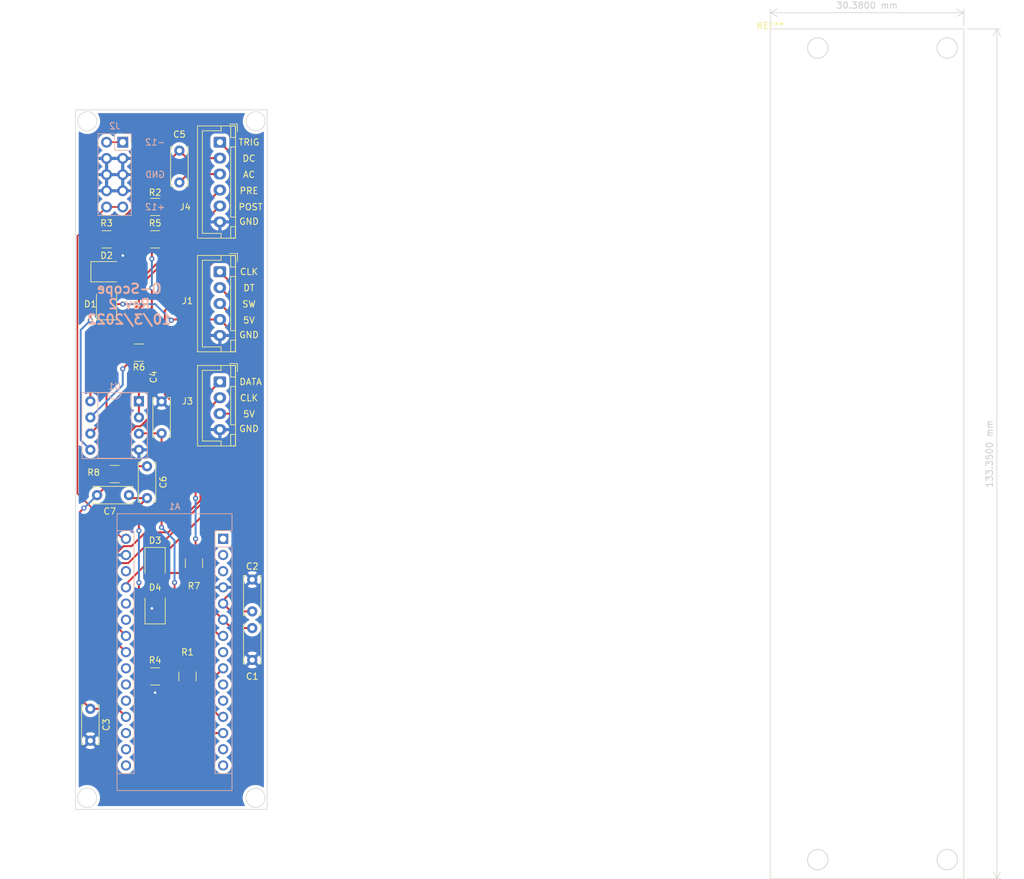
<source format=kicad_pcb>
(kicad_pcb (version 20211014) (generator pcbnew)
  (layers (0 "F.Cu" signal) (31 "B.Cu" signal) (34 "B.Paste" user) (35 "F.Paste" user) (36 "B.SilkS" user "B.Silkscreen") (37 "F.SilkS" user "F.Silkscreen") (38 "B.Mask" user) (39 "F.Mask" user) (44 "Edge.Cuts" user))
  (net 0 "")
  (net 4 "GND")
  (net 5 "EncoderCLK")
  (net 6 "EncoderDT")
  (net 7 "EncoderSW")
  (net 9 "ExternalTrigger")
  (net 12 "OffsetOut")
  (net 13 "LowPassInput")
  (net 19 "SignalIn")
  (net 23 "OLEDData")
  (net 24 "OLEDClock")
  (net 27 "+5V")
  (net 29 "+12V")
  (net 30 "Net-(C4-Pad1)")
  (net 31 "DCInput")
  (net 32 "ACInput")
  (net 33 "Net-(C6-Pad2)")
  (net 34 "Net-(D1-Pad2)")
  (net 35 "-12V")
  (net 36 "TriggerJack")
  (net 37 "PreGain")
  (net 38 "PostGain")
  (net 39 "OffsetVoltage")
  (footprint "Diode_SMD:D_1210_3225Metric_Pad1.42x2.65mm_HandSolder" (layer "F.Cu") (at 55.88 101.6 -90)
    (fp_text reference "D3" (at -3.556 0 180) (layer "F.SilkS"))
    (fp_text value "D_Schottky")
    (fp_line (start -2.46 -1.585) (end -2.46 1.585) (layer "F.SilkS") (width 0.12))
    (fp_line (start 1.6 -1.585) (end -2.46 -1.585) (layer "F.SilkS") (width 0.12))
    (fp_line (start -2.46 1.585) (end 1.6 1.585) (layer "F.SilkS") (width 0.12))
    (pad "1" smd roundrect (at -1.4875 0 270) (size 1.425 2.65) (layers "F.Cu" "F.Paste" "F.Mask") (roundrect_rratio 0.175439) (net 27 "+5V"))
    (pad "2" smd roundrect (at 1.4875 0 270) (size 1.425 2.65) (layers "F.Cu" "F.Paste" "F.Mask") (roundrect_rratio 0.175439) (net 9 "ExternalTrigger"))
  )
  (footprint "Resistor_SMD:R_1210_3225Metric_Pad1.30x2.65mm_HandSolder" (layer "F.Cu") (at 49.53 87.63)
    (fp_text reference "R8" (at -3.302 -0.254) (layer "F.SilkS"))
    (fp_text value "1k O")
    (fp_line (start -0.723737 1.355) (end 0.723737 1.355) (layer "F.SilkS") (width 0.12))
    (fp_line (start -0.723737 -1.355) (end 0.723737 -1.355) (layer "F.SilkS") (width 0.12))
    (pad "1" smd roundrect (at -1.55 0) (size 1.3 2.65) (layers "F.Cu" "F.Paste" "F.Mask") (roundrect_rratio 0.192308) (net 19 "SignalIn"))
    (pad "2" smd roundrect (at 1.55 0) (size 1.3 2.65) (layers "F.Cu" "F.Paste" "F.Mask") (roundrect_rratio 0.192308) (net 33 "Net-(C6-Pad2)"))
  )
  (footprint "Capacitor_THT:C_Disc_D6.0mm_W2.5mm_P5.00mm" (layer "F.Cu") (at 59.69 36.87 -90)
    (fp_text reference "C5" (at -2.54 0) (layer "F.SilkS"))
    (fp_text value "4.7 uF")
    (fp_line (start 5.62 0.925) (end 5.62 1.37) (layer "F.SilkS") (width 0.12))
    (fp_line (start 5.62 -1.37) (end 5.62 -0.925) (layer "F.SilkS") (width 0.12))
    (fp_line (start -0.62 0.925) (end -0.62 1.37) (layer "F.SilkS") (width 0.12))
    (fp_line (start -0.62 1.37) (end 5.62 1.37) (layer "F.SilkS") (width 0.12))
    (fp_line (start -0.62 -1.37) (end -0.62 -0.925) (layer "F.SilkS") (width 0.12))
    (fp_line (start -0.62 -1.37) (end 5.62 -1.37) (layer "F.SilkS") (width 0.12))
    (pad "1" thru_hole circle (at 0 0 270) (size 1.6 1.6) (drill 0.8) (layers *.Cu *.Mask) (net 31 "DCInput"))
    (pad "2" thru_hole circle (at 5 0 270) (size 1.6 1.6) (drill 0.8) (layers *.Cu *.Mask) (net 32 "ACInput"))
  )
  (footprint "Diode_SMD:D_1210_3225Metric_Pad1.42x2.65mm_HandSolder" (layer "F.Cu") (at 55.88 108.6755 90)
    (fp_text reference "D4" (at 3.2655 0 180) (layer "F.SilkS"))
    (fp_text value "D_Schottky")
    (fp_line (start -2.46 -1.585) (end -2.46 1.585) (layer "F.SilkS") (width 0.12))
    (fp_line (start 1.6 -1.585) (end -2.46 -1.585) (layer "F.SilkS") (width 0.12))
    (fp_line (start -2.46 1.585) (end 1.6 1.585) (layer "F.SilkS") (width 0.12))
    (pad "1" smd roundrect (at -1.4875 0 90) (size 1.425 2.65) (layers "F.Cu" "F.Paste" "F.Mask") (roundrect_rratio 0.175439) (net 9 "ExternalTrigger"))
    (pad "2" smd roundrect (at 1.4875 0 90) (size 1.425 2.65) (layers "F.Cu" "F.Paste" "F.Mask") (roundrect_rratio 0.175439) (net 4 "GND"))
  )
  (footprint "Resistor_SMD:R_1210_3225Metric_Pad1.30x2.65mm_HandSolder" (layer "F.Cu") (at 61.976 101.626 -90)
    (fp_text reference "R7" (at 3.556 0 180) (layer "F.SilkS"))
    (fp_text value "1k O")
    (fp_line (start -0.723737 -1.355) (end 0.723737 -1.355) (layer "F.SilkS") (width 0.12))
    (fp_line (start -0.723737 1.355) (end 0.723737 1.355) (layer "F.SilkS") (width 0.12))
    (pad "1" smd roundrect (at -1.55 0 270) (size 1.3 2.65) (layers "F.Cu" "F.Paste" "F.Mask") (roundrect_rratio 0.192308) (net 36 "TriggerJack"))
    (pad "2" smd roundrect (at 1.55 0 270) (size 1.3 2.65) (layers "F.Cu" "F.Paste" "F.Mask") (roundrect_rratio 0.192308) (net 9 "ExternalTrigger"))
  )
  (footprint "Resistor_SMD:R_1210_3225Metric_Pad1.30x2.65mm_HandSolder" (layer "F.Cu") (at 53.34 68.58 180)
    (fp_text reference "R6" (at 0 -2.28) (layer "F.SilkS"))
    (fp_text value "1k O")
    (fp_line (start -0.723737 1.355) (end 0.723737 1.355) (layer "F.SilkS") (width 0.12))
    (fp_line (start -0.723737 -1.355) (end 0.723737 -1.355) (layer "F.SilkS") (width 0.12))
    (pad "1" smd roundrect (at -1.55 0 180) (size 1.3 2.65) (layers "F.Cu" "F.Paste" "F.Mask") (roundrect_rratio 0.192308) (net 33 "Net-(C6-Pad2)"))
    (pad "2" smd roundrect (at 1.55 0 180) (size 1.3 2.65) (layers "F.Cu" "F.Paste" "F.Mask") (roundrect_rratio 0.192308) (net 38 "PostGain"))
  )
  (footprint "Diode_SMD:D_1210_3225Metric_Pad1.42x2.65mm_HandSolder" (layer "F.Cu") (at 48.26 55.88)
    (fp_text reference "D2" (at 0 -2.54) (layer "F.SilkS"))
    (fp_text value "D_Schottky")
    (fp_line (start -2.46 -1.585) (end -2.46 1.585) (layer "F.SilkS") (width 0.12))
    (fp_line (start -2.46 1.585) (end 1.6 1.585) (layer "F.SilkS") (width 0.12))
    (fp_line (start 1.6 -1.585) (end -2.46 -1.585) (layer "F.SilkS") (width 0.12))
    (pad "1" smd roundrect (at -1.4875 0) (size 1.425 2.65) (layers "F.Cu" "F.Paste" "F.Mask") (roundrect_rratio 0.175439) (net 34 "Net-(D1-Pad2)"))
    (pad "2" smd roundrect (at 1.4875 0) (size 1.425 2.65) (layers "F.Cu" "F.Paste" "F.Mask") (roundrect_rratio 0.175439) (net 4 "GND"))
  )
  (footprint "Connector_JST:JST_XH_B6B-XH-A_1x06_P2.50mm_Vertical" (layer "F.Cu") (at 66.04 35.56 -90)
    (fp_text reference "J4" (at 10.16 5.425 180) (layer "F.SilkS"))
    (fp_text value "Input Header")
    (fp_line (start 15.06 3.51) (end 15.06 -2.46) (layer "F.SilkS") (width 0.12))
    (fp_line (start -2.55 -2.45) (end -2.55 -1.7) (layer "F.SilkS") (width 0.12))
    (fp_line (start 15.06 -2.46) (end -2.56 -2.46) (layer "F.SilkS") (width 0.12))
    (fp_line (start 14.3 2.75) (end 6.25 2.75) (layer "F.SilkS") (width 0.12))
    (fp_line (start 0.75 -1.7) (end 11.75 -1.7) (layer "F.SilkS") (width 0.12))
    (fp_line (start -2.56 -2.46) (end -2.56 3.51) (layer "F.SilkS") (width 0.12))
    (fp_line (start -0.75 -2.45) (end -2.55 -2.45) (layer "F.SilkS") (width 0.12))
    (fp_line (start 13.25 -1.7) (end 15.05 -1.7) (layer "F.SilkS") (width 0.12))
    (fp_line (start -2.85 -2.75) (end -2.85 -1.5) (layer "F.SilkS") (width 0.12))
    (fp_line (start -1.8 -0.2) (end -1.8 2.75) (layer "F.SilkS") (width 0.12))
    (fp_line (start 0.75 -2.45) (end 0.75 -1.7) (layer "F.SilkS") (width 0.12))
    (fp_line (start -2.55 -0.2) (end -1.8 -0.2) (layer "F.SilkS") (width 0.12))
    (fp_line (start 14.3 -0.2) (end 14.3 2.75) (layer "F.SilkS") (width 0.12))
    (fp_line (start -2.55 -1.7) (end -0.75 -1.7) (layer "F.SilkS") (width 0.12))
    (fp_line (start 11.75 -1.7) (end 11.75 -2.45) (layer "F.SilkS") (width 0.12))
    (fp_line (start -2.56 3.51) (end 15.06 3.51) (layer "F.SilkS") (width 0.12))
    (fp_line (start -0.75 -1.7) (end -0.75 -2.45) (layer "F.SilkS") (width 0.12))
    (fp_line (start -1.6 -2.75) (end -2.85 -2.75) (layer "F.SilkS") (width 0.12))
    (fp_line (start 11.75 -2.45) (end 0.75 -2.45) (layer "F.SilkS") (width 0.12))
    (fp_line (start 15.05 -0.2) (end 14.3 -0.2) (layer "F.SilkS") (width 0.12))
    (fp_line (start -1.8 2.75) (end 6.25 2.75) (layer "F.SilkS") (width 0.12))
    (fp_line (start 13.25 -2.45) (end 13.25 -1.7) (layer "F.SilkS") (width 0.12))
    (fp_line (start 15.05 -2.45) (end 13.25 -2.45) (layer "F.SilkS") (width 0.12))
    (fp_line (start 15.05 -1.7) (end 15.05 -2.45) (layer "F.SilkS") (width 0.12))
    (pad "1" thru_hole roundrect (at 0 0 270) (size 1.7 1.95) (drill 0.95) (layers *.Cu *.Mask) (roundrect_rratio 0.147059) (net 36 "TriggerJack"))
    (pad "2" thru_hole oval (at 2.5 0 270) (size 1.7 1.95) (drill 0.95) (layers *.Cu *.Mask) (net 31 "DCInput"))
    (pad "3" thru_hole oval (at 5 0 270) (size 1.7 1.95) (drill 0.95) (layers *.Cu *.Mask) (net 32 "ACInput"))
    (pad "4" thru_hole oval (at 7.5 0 270) (size 1.7 1.95) (drill 0.95) (layers *.Cu *.Mask) (net 37 "PreGain"))
    (pad "5" thru_hole oval (at 10 0 270) (size 1.7 1.95) (drill 0.95) (layers *.Cu *.Mask) (net 38 "PostGain"))
    (pad "6" thru_hole oval (at 12.5 0 270) (size 1.7 1.95) (drill 0.95) (layers *.Cu *.Mask) (net 4 "GND"))
  )
  (footprint "oscfoot:Panel" (layer "F.Cu") (at 152.4 17.78)
    (fp_text reference "REF**" (at 0 -0.5 unlocked) (layer "F.SilkS"))
    (fp_text value "Panel")
    (fp_rect (start 0 0) (end 30.38 133.35) (layer "Edge.Cuts") (width 0.1) (fill none))
    (fp_circle (center 27.77 3) (end 29.37 3) (layer "Edge.Cuts") (width 0.12) (fill none))
    (fp_circle (center 7.45 130.35) (end 9.05 130.35) (layer "Edge.Cuts") (width 0.12) (fill none))
    (fp_circle (center 27.77 130.35) (end 29.37 130.35) (layer "Edge.Cuts") (width 0.12) (fill none))
    (fp_circle (center 7.45 3) (end 9.05 3) (layer "Edge.Cuts") (width 0.12) (fill none))
  )
  (footprint "Capacitor_THT:C_Disc_D6.0mm_W2.5mm_P5.00mm" (layer "F.Cu") (at 45.72 124.46 -90)
    (fp_text reference "C3" (at 2.5 -2.5 90) (layer "F.SilkS"))
    (fp_text value "470pf")
    (fp_line (start -0.62 0.925) (end -0.62 1.37) (layer "F.SilkS") (width 0.12))
    (fp_line (start -0.62 1.37) (end 5.62 1.37) (layer "F.SilkS") (width 0.12))
    (fp_line (start 5.62 0.925) (end 5.62 1.37) (layer "F.SilkS") (width 0.12))
    (fp_line (start -0.62 -1.37) (end -0.62 -0.925) (layer "F.SilkS") (width 0.12))
    (fp_line (start 5.62 -1.37) (end 5.62 -0.925) (layer "F.SilkS") (width 0.12))
    (fp_line (start -0.62 -1.37) (end 5.62 -1.37) (layer "F.SilkS") (width 0.12))
    (pad "1" thru_hole circle (at 0 0 270) (size 1.6 1.6) (drill 0.8) (layers *.Cu *.Mask) (net 19 "SignalIn"))
    (pad "2" thru_hole circle (at 5 0 270) (size 1.6 1.6) (drill 0.8) (layers *.Cu *.Mask) (net 4 "GND"))
  )
  (footprint "Connector_JST:JST_XH_B4B-XH-A_1x04_P2.50mm_Vertical" (layer "F.Cu") (at 66.04 73.152 -90)
    (fp_text reference "J3" (at 3.048 5.08) (layer "F.SilkS"))
    (fp_text value "OLED Header")
    (fp_line (start 10.05 -0.2) (end 9.3 -0.2) (layer "F.SilkS") (width 0.12))
    (fp_line (start -1.8 2.75) (end 3.75 2.75) (layer "F.SilkS") (width 0.12))
    (fp_line (start -1.8 -0.2) (end -1.8 2.75) (layer "F.SilkS") (width 0.12))
    (fp_line (start 10.06 -2.46) (end -2.56 -2.46) (layer "F.SilkS") (width 0.12))
    (fp_line (start 8.25 -2.45) (end 8.25 -1.7) (layer "F.SilkS") (width 0.12))
    (fp_line (start -2.55 -2.45) (end -2.55 -1.7) (layer "F.SilkS") (width 0.12))
    (fp_line (start 0.75 -2.45) (end 0.75 -1.7) (layer "F.SilkS") (width 0.12))
    (fp_line (start -1.6 -2.75) (end -2.85 -2.75) (layer "F.SilkS") (width 0.12))
    (fp_line (start -0.75 -2.45) (end -2.55 -2.45) (layer "F.SilkS") (width 0.12))
    (fp_line (start -2.56 3.51) (end 10.06 3.51) (layer "F.SilkS") (width 0.12))
    (fp_line (start 9.3 2.75) (end 3.75 2.75) (layer "F.SilkS") (width 0.12))
    (fp_line (start 10.05 -2.45) (end 8.25 -2.45) (layer "F.SilkS") (width 0.12))
    (fp_line (start 0.75 -1.7) (end 6.75 -1.7) (layer "F.SilkS") (width 0.12))
    (fp_line (start 10.06 3.51) (end 10.06 -2.46) (layer "F.SilkS") (width 0.12))
    (fp_line (start -2.55 -0.2) (end -1.8 -0.2) (layer "F.SilkS") (width 0.12))
    (fp_line (start -2.55 -1.7) (end -0.75 -1.7) (layer "F.SilkS") (width 0.12))
    (fp_line (start 8.25 -1.7) (end 10.05 -1.7) (layer "F.SilkS") (width 0.12))
    (fp_line (start 6.75 -1.7) (end 6.75 -2.45) (layer "F.SilkS") (width 0.12))
    (fp_line (start 9.3 -0.2) (end 9.3 2.75) (layer "F.SilkS") (width 0.12))
    (fp_line (start 10.05 -1.7) (end 10.05 -2.45) (layer "F.SilkS") (width 0.12))
    (fp_line (start -2.85 -2.75) (end -2.85 -1.5) (layer "F.SilkS") (width 0.12))
    (fp_line (start 6.75 -2.45) (end 0.75 -2.45) (layer "F.SilkS") (width 0.12))
    (fp_line (start -0.75 -1.7) (end -0.75 -2.45) (layer "F.SilkS") (width 0.12))
    (fp_line (start -2.56 -2.46) (end -2.56 3.51) (layer "F.SilkS") (width 0.12))
    (pad "1" thru_hole roundrect (at 0 0 270) (size 1.7 1.95) (drill 0.95) (layers *.Cu *.Mask) (roundrect_rratio 0.147059) (net 23 "OLEDData"))
    (pad "2" thru_hole oval (at 2.5 0 270) (size 1.7 1.95) (drill 0.95) (layers *.Cu *.Mask) (net 24 "OLEDClock"))
    (pad "3" thru_hole oval (at 5 0 270) (size 1.7 1.95) (drill 0.95) (layers *.Cu *.Mask) (net 27 "+5V"))
    (pad "4" thru_hole oval (at 7.5 0 270) (size 1.7 1.95) (drill 0.95) (layers *.Cu *.Mask) (net 4 "GND"))
  )
  (footprint "Capacitor_THT:C_Disc_D6.0mm_W2.5mm_P5.00mm" (layer "F.Cu") (at 56.896 81.24 90)
    (fp_text reference "C4" (at 8.85 -1.27 90) (layer "F.SilkS"))
    (fp_text value "1uF")
    (fp_line (start -0.62 -1.37) (end 5.62 -1.37) (layer "F.SilkS") (width 0.12))
    (fp_line (start -0.62 -1.37) (end -0.62 -0.925) (layer "F.SilkS") (width 0.12))
    (fp_line (start -0.62 1.37) (end 5.62 1.37) (layer "F.SilkS") (width 0.12))
    (fp_line (start 5.62 0.925) (end 5.62 1.37) (layer "F.SilkS") (width 0.12))
    (fp_line (start -0.62 0.925) (end -0.62 1.37) (layer "F.SilkS") (width 0.12))
    (fp_line (start 5.62 -1.37) (end 5.62 -0.925) (layer "F.SilkS") (width 0.12))
    (pad "1" thru_hole circle (at 0 0 90) (size 1.6 1.6) (drill 0.8) (layers *.Cu *.Mask) (net 30 "Net-(C4-Pad1)"))
    (pad "2" thru_hole circle (at 5 0 90) (size 1.6 1.6) (drill 0.8) (layers *.Cu *.Mask) (net 4 "GND"))
  )
  (footprint "Resistor_SMD:R_1210_3225Metric_Pad1.30x2.65mm_HandSolder" (layer "F.Cu") (at 55.88 45.72)
    (fp_text reference "R2" (at 0 -2.28) (layer "F.SilkS"))
    (fp_text value "10k O")
    (fp_line (start -0.723737 1.355) (end 0.723737 1.355) (layer "F.SilkS") (width 0.12))
    (fp_line (start -0.723737 -1.355) (end 0.723737 -1.355) (layer "F.SilkS") (width 0.12))
    (pad "1" smd roundrect (at -1.55 0) (size 1.3 2.65) (layers "F.Cu" "F.Paste" "F.Mask") (roundrect_rratio 0.192308) (net 34 "Net-(D1-Pad2)"))
    (pad "2" smd roundrect (at 1.55 0) (size 1.3 2.65) (layers "F.Cu" "F.Paste" "F.Mask") (roundrect_rratio 0.192308) (net 31 "DCInput"))
  )
  (footprint "Capacitor_THT:C_Disc_D6.0mm_W2.5mm_P5.00mm" (layer "F.Cu") (at 54.61 91.4 90)
    (fp_text reference "C6" (at 2.5 2.54 90) (layer "F.SilkS"))
    (fp_text value "22 nF")
    (fp_line (start 5.62 0.925) (end 5.62 1.37) (layer "F.SilkS") (width 0.12))
    (fp_line (start -0.62 -1.37) (end -0.62 -0.925) (layer "F.SilkS") (width 0.12))
    (fp_line (start -0.62 0.925) (end -0.62 1.37) (layer "F.SilkS") (width 0.12))
    (fp_line (start -0.62 1.37) (end 5.62 1.37) (layer "F.SilkS") (width 0.12))
    (fp_line (start 5.62 -1.37) (end 5.62 -0.925) (layer "F.SilkS") (width 0.12))
    (fp_line (start -0.62 -1.37) (end 5.62 -1.37) (layer "F.SilkS") (width 0.12))
    (pad "1" thru_hole circle (at 0 0 90) (size 1.6 1.6) (drill 0.8) (layers *.Cu *.Mask) (net 13 "LowPassInput"))
    (pad "2" thru_hole circle (at 5 0 90) (size 1.6 1.6) (drill 0.8) (layers *.Cu *.Mask) (net 33 "Net-(C6-Pad2)"))
  )
  (footprint "Resistor_SMD:R_1210_3225Metric_Pad1.30x2.65mm_HandSolder" (layer "F.Cu") (at 55.88 119.38 180)
    (fp_text reference "R4" (at 0 2.54) (layer "F.SilkS"))
    (fp_text value "100k O")
    (fp_line (start -0.723737 1.355) (end 0.723737 1.355) (layer "F.SilkS") (width 0.12))
    (fp_line (start -0.723737 -1.355) (end 0.723737 -1.355) (layer "F.SilkS") (width 0.12))
    (pad "1" smd roundrect (at -1.55 0 180) (size 1.3 2.65) (layers "F.Cu" "F.Paste" "F.Mask") (roundrect_rratio 0.192308) (net 9 "ExternalTrigger"))
    (pad "2" smd roundrect (at 1.55 0 180) (size 1.3 2.65) (layers "F.Cu" "F.Paste" "F.Mask") (roundrect_rratio 0.192308) (net 4 "GND"))
  )
  (footprint "Resistor_SMD:R_1210_3225Metric_Pad1.30x2.65mm_HandSolder" (layer "F.Cu") (at 48.26 50.8)
    (fp_text reference "R3" (at 0 -2.54 180) (layer "F.SilkS"))
    (fp_text value "47k O")
    (fp_line (start -0.723737 -1.355) (end 0.723737 -1.355) (layer "F.SilkS") (width 0.12))
    (fp_line (start -0.723737 1.355) (end 0.723737 1.355) (layer "F.SilkS") (width 0.12))
    (pad "1" smd roundrect (at -1.55 0) (size 1.3 2.65) (layers "F.Cu" "F.Paste" "F.Mask") (roundrect_rratio 0.192308) (net 34 "Net-(D1-Pad2)"))
    (pad "2" smd roundrect (at 1.55 0) (size 1.3 2.65) (layers "F.Cu" "F.Paste" "F.Mask") (roundrect_rratio 0.192308) (net 39 "OffsetVoltage"))
  )
  (footprint "Capacitor_THT:C_Disc_D6.0mm_W2.5mm_P5.00mm" (layer "F.Cu") (at 71.12 111.8 -90)
    (fp_text reference "C1" (at 7.58 0 180) (layer "F.SilkS"))
    (fp_text value "0.01uF")
    (fp_line (start -0.62 -1.37) (end -0.62 -0.925) (layer "F.SilkS") (width 0.12))
    (fp_line (start -0.62 0.925) (end -0.62 1.37) (layer "F.SilkS") (width 0.12))
    (fp_line (start -0.62 -1.37) (end 5.62 -1.37) (layer "F.SilkS") (width 0.12))
    (fp_line (start 5.62 -1.37) (end 5.62 -0.925) (layer "F.SilkS") (width 0.12))
    (fp_line (start -0.62 1.37) (end 5.62 1.37) (layer "F.SilkS") (width 0.12))
    (fp_line (start 5.62 0.925) (end 5.62 1.37) (layer "F.SilkS") (width 0.12))
    (pad "1" thru_hole circle (at 0 0 270) (size 1.6 1.6) (drill 0.8) (layers *.Cu *.Mask) (net 6 "EncoderDT"))
    (pad "2" thru_hole circle (at 5 0 270) (size 1.6 1.6) (drill 0.8) (layers *.Cu *.Mask) (net 4 "GND"))
  )
  (footprint "Capacitor_THT:C_Disc_D6.0mm_W2.5mm_P5.00mm" (layer "F.Cu") (at 71.12 109.18 90)
    (fp_text reference "C2" (at 7.072 0 180) (layer "F.SilkS"))
    (fp_text value "0.01uF")
    (fp_line (start -0.62 1.37) (end 5.62 1.37) (layer "F.SilkS") (width 0.12))
    (fp_line (start -0.62 0.925) (end -0.62 1.37) (layer "F.SilkS") (width 0.12))
    (fp_line (start 5.62 -1.37) (end 5.62 -0.925) (layer "F.SilkS") (width 0.12))
    (fp_line (start -0.62 -1.37) (end 5.62 -1.37) (layer "F.SilkS") (width 0.12))
    (fp_line (start -0.62 -1.37) (end -0.62 -0.925) (layer "F.SilkS") (width 0.12))
    (fp_line (start 5.62 0.925) (end 5.62 1.37) (layer "F.SilkS") (width 0.12))
    (pad "1" thru_hole circle (at 0 0 90) (size 1.6 1.6) (drill 0.8) (layers *.Cu *.Mask) (net 5 "EncoderCLK"))
    (pad "2" thru_hole circle (at 5 0 90) (size 1.6 1.6) (drill 0.8) (layers *.Cu *.Mask) (net 4 "GND"))
  )
  (footprint "Resistor_SMD:R_1210_3225Metric_Pad1.30x2.65mm_HandSolder" (layer "F.Cu") (at 60.96 119.38 -90)
    (fp_text reference "R1" (at -3.81 0) (layer "F.SilkS"))
    (fp_text value "47k O")
    (fp_line (start -0.723737 -1.355) (end 0.723737 -1.355) (layer "F.SilkS") (width 0.12))
    (fp_line (start -0.723737 1.355) (end 0.723737 1.355) (layer "F.SilkS") (width 0.12))
    (pad "1" smd roundrect (at -1.55 0 270) (size 1.3 2.65) (layers "F.Cu" "F.Paste" "F.Mask") (roundrect_rratio 0.192308) (net 30 "Net-(C4-Pad1)"))
    (pad "2" smd roundrect (at 1.55 0 270) (size 1.3 2.65) (layers "F.Cu" "F.Paste" "F.Mask") (roundrect_rratio 0.192308) (net 12 "OffsetOut"))
  )
  (footprint "Resistor_SMD:R_1210_3225Metric_Pad1.30x2.65mm_HandSolder" (layer "F.Cu") (at 55.88 50.8 180)
    (fp_text reference "R5" (at 0 2.54) (layer "F.SilkS"))
    (fp_text value "10k O")
    (fp_line (start -0.723737 -1.355) (end 0.723737 -1.355) (layer "F.SilkS") (width 0.12))
    (fp_line (start -0.723737 1.355) (end 0.723737 1.355) (layer "F.SilkS") (width 0.12))
    (pad "1" smd roundrect (at -1.55 0 180) (size 1.3 2.65) (layers "F.Cu" "F.Paste" "F.Mask") (roundrect_rratio 0.192308) (net 37 "PreGain"))
    (pad "2" smd roundrect (at 1.55 0 180) (size 1.3 2.65) (layers "F.Cu" "F.Paste" "F.Mask") (roundrect_rratio 0.192308) (net 39 "OffsetVoltage"))
  )
  (footprint "Capacitor_THT:C_Disc_D6.0mm_W2.5mm_P5.00mm" (layer "F.Cu") (at 51.776 90.932 180)
    (fp_text reference "C7" (at 3.008 -2.54 180) (layer "F.SilkS"))
    (fp_text value "22 nF")
    (fp_line (start -0.62 0.925) (end -0.62 1.37) (layer "F.SilkS") (width 0.12))
    (fp_line (start 5.62 -1.37) (end 5.62 -0.925) (layer "F.SilkS") (width 0.12))
    (fp_line (start 5.62 0.925) (end 5.62 1.37) (layer "F.SilkS") (width 0.12))
    (fp_line (start -0.62 -1.37) (end -0.62 -0.925) (layer "F.SilkS") (width 0.12))
    (fp_line (start -0.62 1.37) (end 5.62 1.37) (layer "F.SilkS") (width 0.12))
    (fp_line (start -0.62 -1.37) (end 5.62 -1.37) (layer "F.SilkS") (width 0.12))
    (pad "1" thru_hole circle (at 0 0 180) (size 1.6 1.6) (drill 0.8) (layers *.Cu *.Mask) (net 13 "LowPassInput"))
    (pad "2" thru_hole circle (at 5 0 180) (size 1.6 1.6) (drill 0.8) (layers *.Cu *.Mask) (net 19 "SignalIn"))
  )
  (footprint "Connector_JST:JST_XH_B5B-XH-A_1x05_P2.50mm_Vertical" (layer "F.Cu") (at 66.04 55.88 -90)
    (fp_text reference "J1" (at 4.572 5.08 180) (layer "F.SilkS"))
    (fp_text value "Encoder Header")
    (fp_line (start 12.56 3.51) (end 12.56 -2.46) (layer "F.SilkS") (width 0.12))
    (fp_line (start -2.55 -2.45) (end -2.55 -1.7) (layer "F.SilkS") (width 0.12))
    (fp_line (start 11.8 -0.2) (end 11.8 2.75) (layer "F.SilkS") (width 0.12))
    (fp_line (start -2.56 -2.46) (end -2.56 3.51) (layer "F.SilkS") (width 0.12))
    (fp_line (start -1.6 -2.75) (end -2.85 -2.75) (layer "F.SilkS") (width 0.12))
    (fp_line (start 11.8 2.75) (end 5 2.75) (layer "F.SilkS") (width 0.12))
    (fp_line (start -1.8 -0.2) (end -1.8 2.75) (layer "F.SilkS") (width 0.12))
    (fp_line (start -2.55 -1.7) (end -0.75 -1.7) (layer "F.SilkS") (width 0.12))
    (fp_line (start 0.75 -2.45) (end 0.75 -1.7) (layer "F.SilkS") (width 0.12))
    (fp_line (start -0.75 -1.7) (end -0.75 -2.45) (layer "F.SilkS") (width 0.12))
    (fp_line (start 10.75 -2.45) (end 10.75 -1.7) (layer "F.SilkS") (width 0.12))
    (fp_line (start 12.55 -0.2) (end 11.8 -0.2) (layer "F.SilkS") (width 0.12))
    (fp_line (start -2.85 -2.75) (end -2.85 -1.5) (layer "F.SilkS") (width 0.12))
    (fp_line (start 0.75 -1.7) (end 9.25 -1.7) (layer "F.SilkS") (width 0.12))
    (fp_line (start 12.56 -2.46) (end -2.56 -2.46) (layer "F.SilkS") (width 0.12))
    (fp_line (start -1.8 2.75) (end 5 2.75) (layer "F.SilkS") (width 0.12))
    (fp_line (start 9.25 -1.7) (end 9.25 -2.45) (layer "F.SilkS") (width 0.12))
    (fp_line (start -0.75 -2.45) (end -2.55 -2.45) (layer "F.SilkS") (width 0.12))
    (fp_line (start 12.55 -1.7) (end 12.55 -2.45) (layer "F.SilkS") (width 0.12))
    (fp_line (start 10.75 -1.7) (end 12.55 -1.7) (layer "F.SilkS") (width 0.12))
    (fp_line (start -2.56 3.51) (end 12.56 3.51) (layer "F.SilkS") (width 0.12))
    (fp_line (start -2.55 -0.2) (end -1.8 -0.2) (layer "F.SilkS") (width 0.12))
    (fp_line (start 12.55 -2.45) (end 10.75 -2.45) (layer "F.SilkS") (width 0.12))
    (fp_line (start 9.25 -2.45) (end 0.75 -2.45) (layer "F.SilkS") (width 0.12))
    (pad "1" thru_hole roundrect (at 0 0 270) (size 1.7 1.95) (drill 0.95) (layers *.Cu *.Mask) (roundrect_rratio 0.147059) (net 5 "EncoderCLK"))
    (pad "2" thru_hole oval (at 2.5 0 270) (size 1.7 1.95) (drill 0.95) (layers *.Cu *.Mask) (net 6 "EncoderDT"))
    (pad "3" thru_hole oval (at 5 0 270) (size 1.7 1.95) (drill 0.95) (layers *.Cu *.Mask) (net 7 "EncoderSW"))
    (pad "4" thru_hole oval (at 7.5 0 270) (size 1.7 1.95) (drill 0.95) (layers *.Cu *.Mask) (net 27 "+5V"))
    (pad "5" thru_hole oval (at 10 0 270) (size 1.7 1.95) (drill 0.95) (layers *.Cu *.Mask) (net 4 "GND"))
  )
  (footprint "Diode_SMD:D_1210_3225Metric_Pad1.42x2.65mm_HandSolder" (layer "F.Cu") (at 48.26 60.96 90)
    (fp_text reference "D1" (at 0 -2.54 180) (layer "F.SilkS"))
    (fp_text value "D_Schottky")
    (fp_line (start -2.46 -1.585) (end -2.46 1.585) (layer "F.SilkS") (width 0.12))
    (fp_line (start -2.46 1.585) (end 1.6 1.585) (layer "F.SilkS") (width 0.12))
    (fp_line (start 1.6 -1.585) (end -2.46 -1.585) (layer "F.SilkS") (width 0.12))
    (pad "1" smd roundrect (at -1.4875 0 90) (size 1.425 2.65) (layers "F.Cu" "F.Paste" "F.Mask") (roundrect_rratio 0.175439) (net 27 "+5V"))
    (pad "2" smd roundrect (at 1.4875 0 90) (size 1.425 2.65) (layers "F.Cu" "F.Paste" "F.Mask") (roundrect_rratio 0.175439) (net 34 "Net-(D1-Pad2)"))
  )
  (footprint "Module:Arduino_Nano" (layer "B.Cu") (at 66.548 97.79 180)
    (fp_text reference "A1" (at 7.62 5.08) (layer "B.SilkS") (effects (justify mirror)))
    (fp_text value "Nano")
    (fp_line (start 1.27 -1.27) (end -1.4 -1.27) (layer "B.SilkS") (width 0.12))
    (fp_line (start -1.4 3.94) (end -1.4 1.27) (layer "B.SilkS") (width 0.12))
    (fp_line (start 13.97 -36.83) (end 16.64 -36.83) (layer "B.SilkS") (width 0.12))
    (fp_line (start 13.97 1.27) (end 13.97 -36.83) (layer "B.SilkS") (width 0.12))
    (fp_line (start 1.27 1.27) (end -1.4 1.27) (layer "B.SilkS") (width 0.12))
    (fp_line (start 1.27 -36.83) (end -1.4 -36.83) (layer "B.SilkS") (width 0.12))
    (fp_line (start 1.27 -1.27) (end 1.27 -36.83) (layer "B.SilkS") (width 0.12))
    (fp_line (start 16.64 -39.5) (end 16.64 3.94) (layer "B.SilkS") (width 0.12))
    (fp_line (start 13.97 1.27) (end 16.64 1.27) (layer "B.SilkS") (width 0.12))
    (fp_line (start 16.64 3.94) (end -1.4 3.94) (layer "B.SilkS") (width 0.12))
    (fp_line (start 1.27 -1.27) (end 1.27 1.27) (layer "B.SilkS") (width 0.12))
    (fp_line (start -1.4 -39.5) (end 16.64 -39.5) (layer "B.SilkS") (width 0.12))
    (fp_line (start -1.4 -1.27) (end -1.4 -39.5) (layer "B.SilkS") (width 0.12))
    (pad "1" thru_hole rect (at 0 0 180) (size 1.6 1.6) (drill 1) (layers *.Cu *.Mask))
    (pad "2" thru_hole oval (at 0 -2.54 180) (size 1.6 1.6) (drill 1) (layers *.Cu *.Mask))
    (pad "3" thru_hole oval (at 0 -5.08 180) (size 1.6 1.6) (drill 1) (layers *.Cu *.Mask))
    (pad "4" thru_hole oval (at 0 -7.62 180) (size 1.6 1.6) (drill 1) (layers *.Cu *.Mask) (net 4 "GND"))
    (pad "5" thru_hole oval (at 0 -10.16 180) (size 1.6 1.6) (drill 1) (layers *.Cu *.Mask) (net 5 "EncoderCLK"))
    (pad "6" thru_hole oval (at 0 -12.7 180) (size 1.6 1.6) (drill 1) (layers *.Cu *.Mask) (net 6 "EncoderDT"))
    (pad "7" thru_hole oval (at 0 -15.24 180) (size 1.6 1.6) (drill 1) (layers *.Cu *.Mask) (net 7 "EncoderSW"))
    (pad "8" thru_hole oval (at 0 -17.78 180) (size 1.6 1.6) (drill 1) (layers *.Cu *.Mask))
    (pad "9" thru_hole oval (at 0 -20.32 180) (size 1.6 1.6) (drill 1) (layers *.Cu *.Mask) (net 9 "ExternalTrigger"))
    (pad "10" thru_hole oval (at 0 -22.86 180) (size 1.6 1.6) (drill 1) (layers *.Cu *.Mask))
    (pad "11" thru_hole oval (at 0 -25.4 180) (size 1.6 1.6) (drill 1) (layers *.Cu *.Mask))
    (pad "12" thru_hole oval (at 0 -27.94 180) (size 1.6 1.6) (drill 1) (layers *.Cu *.Mask) (net 12 "OffsetOut"))
    (pad "13" thru_hole oval (at 0 -30.48 180) (size 1.6 1.6) (drill 1) (layers *.Cu *.Mask) (net 13 "LowPassInput"))
    (pad "14" thru_hole oval (at 0 -33.02 180) (size 1.6 1.6) (drill 1) (layers *.Cu *.Mask))
    (pad "15" thru_hole oval (at 0 -35.56 180) (size 1.6 1.6) (drill 1) (layers *.Cu *.Mask))
    (pad "16" thru_hole oval (at 15.24 -35.56 180) (size 1.6 1.6) (drill 1) (layers *.Cu *.Mask))
    (pad "17" thru_hole oval (at 15.24 -33.02 180) (size 1.6 1.6) (drill 1) (layers *.Cu *.Mask))
    (pad "18" thru_hole oval (at 15.24 -30.48 180) (size 1.6 1.6) (drill 1) (layers *.Cu *.Mask))
    (pad "19" thru_hole oval (at 15.24 -27.94 180) (size 1.6 1.6) (drill 1) (layers *.Cu *.Mask) (net 19 "SignalIn"))
    (pad "20" thru_hole oval (at 15.24 -25.4 180) (size 1.6 1.6) (drill 1) (layers *.Cu *.Mask))
    (pad "21" thru_hole oval (at 15.24 -22.86 180) (size 1.6 1.6) (drill 1) (layers *.Cu *.Mask))
    (pad "22" thru_hole oval (at 15.24 -20.32 180) (size 1.6 1.6) (drill 1) (layers *.Cu *.Mask))
    (pad "23" thru_hole oval (at 15.24 -17.78 180) (size 1.6 1.6) (drill 1) (layers *.Cu *.Mask) (net 23 "OLEDData"))
    (pad "24" thru_hole oval (at 15.24 -15.24 180) (size 1.6 1.6) (drill 1) (layers *.Cu *.Mask) (net 24 "OLEDClock"))
    (pad "25" thru_hole oval (at 15.24 -12.7 180) (size 1.6 1.6) (drill 1) (layers *.Cu *.Mask))
    (pad "26" thru_hole oval (at 15.24 -10.16 180) (size 1.6 1.6) (drill 1) (layers *.Cu *.Mask))
    (pad "27" thru_hole oval (at 15.24 -7.62 180) (size 1.6 1.6) (drill 1) (layers *.Cu *.Mask) (net 27 "+5V"))
    (pad "28" thru_hole oval (at 15.24 -5.08 180) (size 1.6 1.6) (drill 1) (layers *.Cu *.Mask))
    (pad "29" thru_hole oval (at 15.24 -2.54 180) (size 1.6 1.6) (drill 1) (layers *.Cu *.Mask) (net 4 "GND"))
    (pad "30" thru_hole oval (at 15.24 0 180) (size 1.6 1.6) (drill 1) (layers *.Cu *.Mask) (net 29 "+12V"))
  )
  (footprint "Package_DIP:DIP-8_W7.62mm_Socket" (layer "B.Cu") (at 53.34 76.2 180)
    (fp_text reference "U1" (at 3.81 2.33) (layer "B.SilkS") (effects (justify mirror)))
    (fp_text value "Opamp_Dual")
    (fp_line (start 6.46 1.33) (end 4.81 1.33) (layer "B.SilkS") (width 0.12))
    (fp_line (start 8.95 1.39) (end -1.33 1.39) (layer "B.SilkS") (width 0.12))
    (fp_line (start 1.16 1.33) (end 1.16 -8.95) (layer "B.SilkS") (width 0.12))
    (fp_line (start 8.95 -9.01) (end 8.95 1.39) (layer "B.SilkS") (width 0.12))
    (fp_line (start -1.33 -9.01) (end 8.95 -9.01) (layer "B.SilkS") (width 0.12))
    (fp_line (start -1.33 1.39) (end -1.33 -9.01) (layer "B.SilkS") (width 0.12))
    (fp_line (start 6.46 -8.95) (end 6.46 1.33) (layer "B.SilkS") (width 0.12))
    (fp_line (start 1.16 -8.95) (end 6.46 -8.95) (layer "B.SilkS") (width 0.12))
    (fp_line (start 2.81 1.33) (end 1.16 1.33) (layer "B.SilkS") (width 0.12))
    (fp_arc (start 2.81 1.33) (mid 3.81 0.33) (end 4.81 1.33) (layer "B.SilkS") (width 0.12))
    (pad "1" thru_hole rect (at 0 0 180) (size 1.6 1.6) (drill 0.8) (layers *.Cu *.Mask) (net 39 "OffsetVoltage"))
    (pad "2" thru_hole oval (at 0 -2.54 180) (size 1.6 1.6) (drill 0.8) (layers *.Cu *.Mask) (net 39 "OffsetVoltage"))
    (pad "3" thru_hole oval (at 0 -5.08 180) (size 1.6 1.6) (drill 0.8) (layers *.Cu *.Mask) (net 30 "Net-(C4-Pad1)"))
    (pad "4" thru_hole oval (at 0 -7.62 180) (size 1.6 1.6) (drill 0.8) (layers *.Cu *.Mask) (net 4 "GND"))
    (pad "5" thru_hole oval (at 7.62 -7.62 180) (size 1.6 1.6) (drill 0.8) (layers *.Cu *.Mask) (net 34 "Net-(D1-Pad2)"))
    (pad "6" thru_hole oval (at 7.62 -5.08 180) (size 1.6 1.6) (drill 0.8) (layers *.Cu *.Mask) (net 37 "PreGain"))
    (pad "7" thru_hole oval (at 7.62 -2.54 180) (size 1.6 1.6) (drill 0.8) (layers *.Cu *.Mask) (net 38 "PostGain"))
    (pad "8" thru_hole oval (at 7.62 0 180) (size 1.6 1.6) (drill 0.8) (layers *.Cu *.Mask) (net 27 "+5V"))
  )
  (footprint "Connector_PinHeader_2.54mm:PinHeader_2x05_P2.54mm_Vertical" (layer "B.Cu") (at 50.8 35.56 180)
    (fp_text reference "J2" (at 1.27 2.54) (layer "B.SilkS") (effects (justify mirror)))
    (fp_text value "10-Pin uZeus Power")
    (fp_line (start 1.27 1.33) (end 3.87 1.33) (layer "B.SilkS") (width 0.12))
    (fp_line (start 1.27 -1.27) (end 1.27 1.33) (layer "B.SilkS") (width 0.12))
    (fp_line (start -1.33 -1.27) (end 1.27 -1.27) (layer "B.SilkS") (width 0.12))
    (fp_line (start -1.33 0) (end -1.33 1.33) (layer "B.SilkS") (width 0.12))
    (fp_line (start -1.33 -1.27) (end -1.33 -11.49) (layer "B.SilkS") (width 0.12))
    (fp_line (start 3.87 1.33) (end 3.87 -11.49) (layer "B.SilkS") (width 0.12))
    (fp_line (start -1.33 -11.49) (end 3.87 -11.49) (layer "B.SilkS") (width 0.12))
    (fp_line (start -1.33 1.33) (end 0 1.33) (layer "B.SilkS") (width 0.12))
    (pad "1" thru_hole rect (at 0 0 180) (size 1.7 1.7) (drill 1) (layers *.Cu *.Mask) (net 35 "-12V"))
    (pad "2" thru_hole oval (at 2.54 0 180) (size 1.7 1.7) (drill 1) (layers *.Cu *.Mask) (net 35 "-12V"))
    (pad "3" thru_hole oval (at 0 -2.54 180) (size 1.7 1.7) (drill 1) (layers *.Cu *.Mask) (net 4 "GND"))
    (pad "4" thru_hole oval (at 2.54 -2.54 180) (size 1.7 1.7) (drill 1) (layers *.Cu *.Mask) (net 4 "GND"))
    (pad "5" thru_hole oval (at 0 -5.08 180) (size 1.7 1.7) (drill 1) (layers *.Cu *.Mask) (net 4 "GND"))
    (pad "6" thru_hole oval (at 2.54 -5.08 180) (size 1.7 1.7) (drill 1) (layers *.Cu *.Mask) (net 4 "GND"))
    (pad "7" thru_hole oval (at 0 -7.62 180) (size 1.7 1.7) (drill 1) (layers *.Cu *.Mask) (net 4 "GND"))
    (pad "8" thru_hole oval (at 2.54 -7.62 180) (size 1.7 1.7) (drill 1) (layers *.Cu *.Mask) (net 4 "GND"))
    (pad "9" thru_hole oval (at 0 -10.16 180) (size 1.7 1.7) (drill 1) (layers *.Cu *.Mask) (net 29 "+12V"))
    (pad "10" thru_hole oval (at 2.54 -10.16 180) (size 1.7 1.7) (drill 1) (layers *.Cu *.Mask) (net 29 "+12V"))
  )
  (gr_circle (center 45.236 32.258) (end 46.736 32.258) (layer "Edge.Cuts") (width 0.1) (fill none))
  (gr_circle (center 45.212 138.43) (end 46.712 138.43) (layer "Edge.Cuts") (width 0.1) (fill none))
  (gr_circle (center 71.652 32.258) (end 73.152 32.258) (layer "Edge.Cuts") (width 0.1) (fill none))
  (gr_circle (center 71.628 138.43) (end 73.128 138.43) (layer "Edge.Cuts") (width 0.1) (fill none))
  (gr_rect (start 43.38 30.48) (end 73.46 140.24) (layer "Edge.Cuts") (width 0.1) (fill none))
  (gr_text "+12" (at 55.88 45.72) (layer "B.SilkS") (effects (font (size 1 1)) (justify mirror)))
  (gr_text "-12" (at 55.88 35.56) (layer "B.SilkS") (effects (font (size 1 1)) (justify mirror)))
  (gr_text "O-Scope\nRev 2\n10/3/2022" (at 51.816 60.96) (layer "B.SilkS") (effects (font (size 1.5 1.5) (thickness 0.3)) (justify mirror)))
  (gr_text "GND" (at 55.88 40.64) (layer "B.SilkS") (effects (font (size 1 1)) (justify mirror)))
  (gr_text "PRE" (at 70.612 43.18) (layer "F.SilkS") (effects (font (size 1 1))))
  (gr_text "DATA" (at 70.866 73.152) (layer "F.SilkS") (effects (font (size 1 1))))
  (gr_text "DT" (at 70.612 58.42) (layer "F.SilkS") (effects (font (size 1 1))))
  (gr_text "GND" (at 70.612 48.006) (layer "F.SilkS") (effects (font (size 1 1))))
  (gr_text "DC" (at 70.612 38.1) (layer "F.SilkS") (effects (font (size 1 1))))
  (gr_text "5V" (at 70.612 63.5) (layer "F.SilkS") (effects (font (size 1 1))))
  (gr_text "SW" (at 70.612 60.96) (layer "F.SilkS") (effects (font (size 1 1))))
  (gr_text "TRIG" (at 70.612 35.56) (layer "F.SilkS") (effects (font (size 1 1))))
  (gr_text "POST" (at 70.866 45.72) (layer "F.SilkS") (effects (font (size 1 1))))
  (gr_text "CLK" (at 70.612 55.88) (layer "F.SilkS") (effects (font (size 1 1))))
  (gr_text "GND" (at 70.612 80.518) (layer "F.SilkS") (effects (font (size 1 1))))
  (gr_text "GND" (at 70.612 65.786) (layer "F.SilkS") (effects (font (size 1 1))))
  (gr_text "5V" (at 70.612 78.232) (layer "F.SilkS") (effects (font (size 1 1))))
  (gr_text "CLK" (at 70.612 75.692) (layer "F.SilkS") (effects (font (size 1 1))))
  (gr_text "AC" (at 70.612 40.64) (layer "F.SilkS") (effects (font (size 1 1))))
  (dimension (type aligned) (layer "Edge.Cuts") (pts (xy 152.4 17.78) (xy 182.78 17.78)) (height -2.54) (gr_text "30.3800 mm" (at 167.59 14.09) (layer "Edge.Cuts") (effects (font (size 1 1) (thickness 0.15)))) (format (units 3) (units_format 1) (precision 4)) (style (thickness 0.1) (arrow_length 1.27) (text_position_mode 0) (extension_height 0.58642) (extension_offset 0.5) keep_text_aligned))
  (dimension (type aligned) (layer "Edge.Cuts") (pts (xy 182.78 17.78) (xy 182.78 151.13)) (height -5.18) (gr_text "133.3500 mm" (at 186.81 84.455 90) (layer "Edge.Cuts") (effects (font (size 1 1) (thickness 0.15)))) (format (units 3) (units_format 1) (precision 4)) (style (thickness 0.1) (arrow_length 1.27) (text_position_mode 0) (extension_height 0.58642) (extension_offset 0.5) keep_text_aligned))
  (segment (start 49.7475 55.88) (end 50.8 54.8275) (width 0.3) (layer "F.Cu") (net 4))
  (segment (start 55.88 108.204) (end 55.372 108.712) (width 0.3) (layer "F.Cu") (net 4))
  (segment (start 50.8 54.8275) (end 50.8 53.34) (width 0.3) (layer "F.Cu") (net 4))
  (segment (start 55.88 107.188) (end 55.88 108.204) (width 0.3) (layer "F.Cu") (net 4))
  (segment (start 55.88 120.93) (end 55.88 121.92) (width 0.3) (layer "F.Cu") (net 4))
  (segment (start 54.33 119.38) (end 55.88 120.93) (width 0.3) (layer "F.Cu") (net 4))
  (via (at 50.8 53.34) (size 0.8) (drill 0.4) (layers "F.Cu" "B.Cu") (net 4))
  (via (at 55.88 121.92) (size 0.8) (drill 0.4) (layers "F.Cu" "B.Cu") (net 4))
  (via (at 55.372 108.712) (size 0.8) (drill 0.4) (layers "F.Cu" "B.Cu") (net 4))
  (segment (start 67.778 109.18) (end 71.12 109.18) (width 0.3) (layer "F.Cu") (net 5))
  (segment (start 69.088 91.076212) (end 70.35 89.814212) (width 0.3) (layer "F.Cu") (net 5))
  (segment (start 66.548 107.95) (end 67.778 109.18) (width 0.3) (layer "F.Cu") (net 5))
  (segment (start 66.548 107.442) (end 69.088 104.902) (width 0.3) (layer "F.Cu") (net 5))
  (segment (start 70.35 89.814212) (end 70.35 60.19) (width 0.3) (layer "F.Cu") (net 5))
  (segment (start 70.35 60.19) (end 66.04 55.88) (width 0.3) (layer "F.Cu") (net 5))
  (segment (start 69.088 104.902) (end 69.088 91.076212) (width 0.3) (layer "F.Cu") (net 5))
  (segment (start 69.85 89.607106) (end 64.516 94.941106) (width 0.3) (layer "F.Cu") (net 6))
  (segment (start 64.516 108.458) (end 66.548 110.49) (width 0.3) (layer "F.Cu") (net 6))
  (segment (start 66.04 58.38) (end 69.85 62.19) (width 0.3) (layer "F.Cu") (net 6))
  (segment (start 69.85 62.19) (end 69.85 89.607106) (width 0.3) (layer "F.Cu") (net 6))
  (segment (start 64.516 94.941106) (end 64.516 108.458) (width 0.3) (layer "F.Cu") (net 6))
  (segment (start 71.12 111.8) (end 67.858 111.8) (width 0.3) (layer "F.Cu") (net 6))
  (segment (start 67.858 111.8) (end 66.548 110.49) (width 0.3) (layer "F.Cu") (net 6))
  (segment (start 64.008 94.742) (end 64.008 110.998) (width 0.3) (layer "F.Cu") (net 7))
  (segment (start 69.35 64.19) (end 69.35 89.4) (width 0.3) (layer "F.Cu") (net 7))
  (segment (start 66.04 60.88) (end 69.35 64.19) (width 0.3) (layer "F.Cu") (net 7))
  (segment (start 64.008 110.998) (end 66.04 113.03) (width 0.3) (layer "F.Cu") (net 7))
  (segment (start 69.35 89.4) (end 64.008 94.742) (width 0.3) (layer "F.Cu") (net 7))
  (segment (start 57.3675 119.3175) (end 57.3675 111.76) (width 0.3) (layer "F.Cu") (net 9))
  (segment (start 55.9425 103.15) (end 60.96 103.15) (width 0.3) (layer "F.Cu") (net 9))
  (segment (start 66.548 118.11) (end 65.278 119.38) (width 0.3) (layer "F.Cu") (net 9))
  (segment (start 57.555 104.7625) (end 57.555 108.488) (width 0.3) (layer "F.Cu") (net 9))
  (segment (start 57.3675 111.76) (end 55.88 110.2725) (width 0.3) (layer "F.Cu") (net 9))
  (segment (start 65.278 119.38) (end 57.43 119.38) (width 0.3) (layer "F.Cu") (net 9))
  (segment (start 57.555 108.488) (end 55.88 110.163) (width 0.3) (layer "F.Cu") (net 9))
  (segment (start 55.88 103.0875) (end 57.555 104.7625) (width 0.3) (layer "F.Cu") (net 9))
  (segment (start 61.24 120.93) (end 66.04 125.73) (width 0.3) (layer "F.Cu") (net 12))
  (segment (start 56.190661 120.464189) (end 63.996472 128.27) (width 0.3) (layer "F.Cu") (net 13))
  (segment (start 63.996472 128.27) (end 66.548 128.27) (width 0.3) (layer "F.Cu") (net 13))
  (segment (start 53.34 111.76) (end 56.190661 114.610661) (width 0.3) (layer "F.Cu") (net 13))
  (segment (start 54.61 91.4) (end 52.244 91.4) (width 0.3) (layer "F.Cu") (net 13))
  (segment (start 52.244 91.4) (end 51.776 90.932) (width 0.3) (layer "F.Cu") (net 13))
  (segment (start 56.190661 114.610661) (end 56.190661 120.464189) (width 0.3) (layer "F.Cu") (net 13))
  (segment (start 53.34 104.648) (end 53.34 111.76) (width 0.3) (layer "F.Cu") (net 13))
  (segment (start 53.34 96.52) (end 53.34 92.67) (width 0.3) (layer "F.Cu") (net 13))
  (segment (start 53.34 92.67) (end 54.61 91.4) (width 0.3) (layer "F.Cu") (net 13))
  (via (at 53.34 104.648) (size 0.8) (drill 0.4) (layers "F.Cu" "B.Cu") (net 13))
  (via (at 53.34 96.52) (size 0.8) (drill 0.4) (layers "F.Cu" "B.Cu") (net 13))
  (segment (start 53.34 104.648) (end 53.34 96.52) (width 0.3) (layer "B.Cu") (net 13))
  (segment (start 44.083557 93.584443) (end 44.083557 122.823557) (width 0.3) (layer "F.Cu") (net 19))
  (segment (start 47.98 87.63) (end 47.98 89.728) (width 0.3) (layer "F.Cu") (net 19))
  (segment (start 47.98 89.728) (end 46.776 90.932) (width 0.3) (layer "F.Cu") (net 19))
  (segment (start 44.704 92.964) (end 44.083557 93.584443) (width 0.3) (layer "F.Cu") (net 19))
  (segment (start 44.083557 122.823557) (end 45.72 124.46) (width 0.3) (layer "F.Cu") (net 19))
  (segment (start 45.72 124.46) (end 50.038 124.46) (width 0.3) (layer "F.Cu") (net 19))
  (segment (start 50.038 124.46) (end 51.308 125.73) (width 0.3) (layer "F.Cu") (net 19))
  (via (at 44.704 92.964) (size 0.8) (drill 0.4) (layers "F.Cu" "B.Cu") (net 19))
  (segment (start 46.776 90.932) (end 44.744 92.964) (width 0.3) (layer "B.Cu") (net 19))
  (segment (start 44.744 92.964) (end 44.704 92.964) (width 0.3) (layer "B.Cu") (net 19))
  (segment (start 48.006 101.854) (end 48.006 112.268) (width 0.3) (layer "F.Cu") (net 23))
  (segment (start 66.04 73.152) (end 62.992 76.2) (width 0.3) (layer "F.Cu") (net 23))
  (segment (start 52.19 98.94) (end 50.92 98.94) (width 0.3) (layer "F.Cu") (net 23))
  (segment (start 62.992 76.2) (end 62.992 91.738661) (width 0.3) (layer "F.Cu") (net 23))
  (segment (start 50.92 98.94) (end 48.006 101.854) (width 0.3) (layer "F.Cu") (net 23))
  (segment (start 54.368 96.762) (end 52.19 98.94) (width 0.3) (layer "F.Cu") (net 23))
  (segment (start 48.006 112.268) (end 51.308 115.57) (width 0.3) (layer "F.Cu") (net 23))
  (segment (start 62.992 91.738661) (end 57.968661 96.762) (width 0.3) (layer "F.Cu") (net 23))
  (segment (start 57.968661 96.762) (end 54.368 96.762) (width 0.3) (layer "F.Cu") (net 23))
  (segment (start 63.492 91.945768) (end 56.631767 98.806) (width 0.3) (layer "F.Cu") (net 24))
  (segment (start 66.04 75.652) (end 63.492 78.2) (width 0.3) (layer "F.Cu") (net 24))
  (segment (start 48.514 110.236) (end 51.308 113.03) (width 0.3) (layer "F.Cu") (net 24))
  (segment (start 50.292 101.6) (end 48.514 103.378) (width 0.3) (layer "F.Cu") (net 24))
  (segment (start 54.458346 98.806) (end 51.664346 101.6) (width 0.3) (layer "F.Cu") (net 24))
  (segment (start 48.514 103.378) (end 48.514 110.236) (width 0.3) (layer "F.Cu") (net 24))
  (segment (start 63.492 78.2) (end 63.492 91.945768) (width 0.3) (layer "F.Cu") (net 24))
  (segment (start 56.631767 98.806) (end 54.458346 98.806) (width 0.3) (layer "F.Cu") (net 24))
  (segment (start 51.664346 101.6) (end 50.292 101.6) (width 0.3) (layer "F.Cu") (net 24))
  (segment (start 58.54 63.38) (end 58.42 63.5) (width 0.3) (layer "F.Cu") (net 27))
  (segment (start 68.58 88.9) (end 57.3675 100.1125) (width 0.3) (layer "F.Cu") (net 27))
  (segment (start 67.484 78.152) (end 68.58 79.248) (width 0.3) (layer "F.Cu") (net 27))
  (segment (start 57.3675 100.1125) (end 55.88 100.1125) (width 0.3) (layer "F.Cu") (net 27))
  (segment (start 66.04 63.38) (end 68.58 65.92) (width 0.3) (layer "F.Cu") (net 27))
  (segment (start 48.26 62.4475) (end 45.72 64.9875) (width 0.3) (layer "F.Cu") (net 27))
  (segment (start 49.7475 60.96) (end 48.26 62.4475) (width 0.3) (layer "F.Cu") (net 27))
  (segment (start 66.04 78.152) (end 67.484 78.152) (width 0.3) (layer "F.Cu") (net 27))
  (segment (start 68.58 65.92) (end 68.58 79.248) (width 0.3) (layer "F.Cu") (net 27))
  (segment (start 45.72 64.9875) (end 45.72 76.2) (width 0.3) (layer "F.Cu") (net 27))
  (segment (start 68.58 79.248) (end 68.58 88.9) (width 0.3) (layer "F.Cu") (net 27))
  (segment (start 50.8 60.96) (end 49.7475 60.96) (width 0.3) (layer "F.Cu") (net 27))
  (segment (start 51.308 104.902) (end 55.88 100.33) (width 0.3) (layer "F.Cu") (net 27))
  (segment (start 66.04 63.38) (end 58.54 63.38) (width 0.3) (layer "F.Cu") (net 27))
  (via (at 58.42 63.5) (size 0.8) (drill 0.4) (layers "F.Cu" "B.Cu") (net 27))
  (via (at 50.8 60.96) (size 0.8) (drill 0.4) (layers "F.Cu" "B.Cu") (net 27))
  (segment (start 55.88 60.96) (end 50.8 60.96) (width 0.3) (layer "B.Cu") (net 27))
  (segment (start 58.42 63.5) (end 55.88 60.96) (width 0.3) (layer "B.Cu") (net 27))
  (segment (start 43.688 50.292) (end 43.688 90.678) (width 0.25) (layer "F.Cu") (net 29))
  (segment (start 43.688 90.678) (end 50.8 97.79) (width 0.25) (layer "F.Cu") (net 29))
  (segment (start 48.26 45.72) (end 43.688 50.292) (width 0.25) (layer "F.Cu") (net 29))
  (segment (start 50.8 45.72) (end 48.26 45.72) (width 0.25) (layer "F.Cu") (net 29))
  (segment (start 56.896 81.24) (end 53.38 81.24) (width 0.3) (layer "F.Cu") (net 30))
  (segment (start 58.928 115.798) (end 60.96 117.83) (width 0.3) (layer "F.Cu") (net 30))
  (segment (start 56.896 96.012) (end 56.896 81.24) (width 0.3) (layer "F.Cu") (net 30))
  (segment (start 58.928 104.648) (end 58.928 115.798) (width 0.3) (layer "F.Cu") (net 30))
  (via (at 58.928 104.648) (size 0.8) (drill 0.4) (layers "F.Cu" "B.Cu") (net 30))
  (via (at 56.896 96.012) (size 0.8) (drill 0.4) (layers "F.Cu" "B.Cu") (net 30))
  (segment (start 58.928 98.044) (end 58.928 104.648) (width 0.3) (layer "B.Cu") (net 30))
  (segment (start 56.896 96.012) (end 58.928 98.044) (width 0.3) (layer "B.Cu") (net 30))
  (segment (start 59.69 36.87) (end 57.43 39.13) (width 0.3) (layer "F.Cu") (net 31))
  (segment (start 60.88 38.06) (end 59.69 36.87) (width 0.3) (layer "F.Cu") (net 31))
  (segment (start 66.04 38.06) (end 60.88 38.06) (width 0.3) (layer "F.Cu") (net 31))
  (segment (start 57.43 39.13) (end 57.43 45.72) (width 0.3) (layer "F.Cu") (net 31))
  (segment (start 66.04 40.56) (end 61 40.56) (width 0.3) (layer "F.Cu") (net 32))
  (segment (start 61 40.56) (end 59.69 41.87) (width 0.3) (layer "F.Cu") (net 32))
  (segment (start 51.08 81.913654) (end 51.08 87.63) (width 0.3) (layer "F.Cu") (net 33))
  (segment (start 54.61 86.4) (end 52.31 86.4) (width 0.3) (layer "F.Cu") (net 33))
  (segment (start 54.89 78.816346) (end 53.576346 80.13) (width 0.3) (layer "F.Cu") (net 33))
  (segment (start 52.31 86.4) (end 51.08 87.63) (width 0.3) (layer "F.Cu") (net 33))
  (segment (start 54.89 68.58) (end 54.89 78.816346) (width 0.3) (layer "F.Cu") (net 33))
  (segment (start 52.863654 80.13) (end 51.08 81.913654) (width 0.3) (layer "F.Cu") (net 33))
  (segment (start 53.576346 80.13) (end 52.863654 80.13) (width 0.3) (layer "F.Cu") (net 33))
  (segment (start 47.486472 50.8) (end 46.71 50.8) (width 0.3) (layer "F.Cu") (net 34))
  (segment (start 52.566472 45.72) (end 47.486472 50.8) (width 0.3) (layer "F.Cu") (net 34))
  (segment (start 45.72 63.5) (end 45.72 62.0125) (width 0.3) (layer "F.Cu") (net 34))
  (segment (start 45.72 62.0125) (end 48.26 59.4725) (width 0.3) (layer "F.Cu") (net 34))
  (segment (start 46.7725 55.88) (end 48.26 57.3675) (width 0.3) (layer "F.Cu") (net 34))
  (segment (start 54.33 45.72) (end 52.566472 45.72) (width 0.3) (layer "F.Cu") (net 34))
  (segment (start 46.7725 50.8625) (end 46.7725 55.88) (width 0.3) (layer "F.Cu") (net 34))
  (segment (start 48.26 57.3675) (end 48.26 59.4725) (width 0.3) (layer "F.Cu") (net 34))
  (via (at 45.72 63.5) (size 0.8) (drill 0.4) (layers "F.Cu" "B.Cu") (net 34))
  (segment (start 44.196 82.296) (end 45.72 83.82) (width 0.3) (layer "B.Cu") (net 34))
  (segment (start 44.196 65.024) (end 44.196 82.296) (width 0.3) (layer "B.Cu") (net 34))
  (segment (start 45.72 63.5) (end 44.196 65.024) (width 0.3) (layer "B.Cu") (net 34))
  (segment (start 48.26 35.56) (end 50.8 35.56) (width 0.25) (layer "F.Cu") (net 35))
  (segment (start 57.404 75.121654) (end 62.23 79.947654) (width 0.3) (layer "F.Cu") (net 36))
  (segment (start 67.676443 51.712113) (end 67.676443 37.196443) (width 0.3) (layer "F.Cu") (net 36))
  (segment (start 67.676443 37.196443) (end 66.04 35.56) (width 0.3) (layer "F.Cu") (net 36))
  (segment (start 57.404 61.984556) (end 67.676443 51.712113) (width 0.3) (layer "F.Cu") (net 36))
  (segment (start 62.23 91.44) (end 62.23 79.947654) (width 0.3) (layer "F.Cu") (net 36))
  (segment (start 62.23 97.79) (end 62.23 99.822) (width 0.3) (layer "F.Cu") (net 36))
  (segment (start 57.404 61.984556) (end 57.404 75.121654) (width 0.3) (layer "F.Cu") (net 36))
  (via (at 62.23 91.44) (size 0.8) (drill 0.4) (layers "F.Cu" "B.Cu") (net 36))
  (via (at 62.23 97.79) (size 0.8) (drill 0.4) (layers "F.Cu" "B.Cu") (net 36))
  (segment (start 62.23 91.44) (end 62.23 97.79) (width 0.3) (layer "B.Cu") (net 36))
  (segment (start 48.26 66.04) (end 48.26 78.74) (width 0.3) (layer "F.Cu") (net 37))
  (segment (start 53.34 60.96) (end 48.26 66.04) (width 0.3) (layer "F.Cu") (net 37))
  (segment (start 57.43 53.314) (end 53.34 57.404) (width 0.3) (layer "F.Cu") (net 37))
  (segment (start 58.3 50.8) (end 57.43 50.8) (width 0.3) (layer "F.Cu") (net 37))
  (segment (start 57.43 50.8) (end 57.43 53.314) (width 0.3) (layer "F.Cu") (net 37))
  (segment (start 53.34 57.404) (end 53.34 60.96) (width 0.3) (layer "F.Cu") (net 37))
  (segment (start 48.26 78.74) (end 45.72 81.28) (width 0.3) (layer "F.Cu") (net 37))
  (segment (start 66.04 43.06) (end 58.3 50.8) (width 0.3) (layer "F.Cu") (net 37))
  (segment (start 53.84 57.76) (end 53.84 61.167106) (width 0.3) (layer "F.Cu") (net 38))
  (segment (start 66.04 45.56) (end 53.84 57.76) (width 0.3) (layer "F.Cu") (net 38))
  (segment (start 53.84 61.167106) (end 51.79 63.217106) (width 0.3) (layer "F.Cu") (net 38))
  (segment (start 51.79 70.13) (end 50.8 71.12) (width 0.3) (layer "F.Cu") (net 38))
  (segment (start 51.79 68.58) (end 51.79 70.13) (width 0.3) (layer "F.Cu") (net 38))
  (segment (start 51.79 63.217106) (end 51.79 68.58) (width 0.3) (layer "F.Cu") (net 38))
  (via (at 50.8 71.12) (size 0.8) (drill 0.4) (layers "F.Cu" "B.Cu") (net 38))
  (segment (start 50.8 73.66) (end 45.72 78.74) (width 0.3) (layer "B.Cu") (net 38))
  (segment (start 50.8 71.12) (end 50.8 73.66) (width 0.3) (layer "B.Cu") (net 38))
  (segment (start 55.372 61.468) (end 53.34 63.5) (width 0.3) (layer "F.Cu") (net 39))
  (segment (start 55.372 51.842) (end 55.372 53.848) (width 0.3) (layer "F.Cu") (net 39))
  (segment (start 54.33 50.8) (end 49.81 50.8) (width 0.3) (layer "F.Cu") (net 39))
  (segment (start 53.34 63.5) (end 53.34 76.2) (width 0.3) (layer "F.Cu") (net 39))
  (segment (start 54.33 50.8) (end 55.372 51.842) (width 0.3) (layer "F.Cu") (net 39))
  (segment (start 55.372 58.42) (end 55.372 61.468) (width 0.3) (layer "F.Cu") (net 39))
  (segment (start 53.34 78.74) (end 53.34 76.2) (width 0.3) (layer "F.Cu") (net 39))
  (via (at 55.372 53.848) (size 0.8) (drill 0.4) (layers "F.Cu" "B.Cu") (net 39))
  (via (at 55.372 58.42) (size 0.8) (drill 0.4) (layers "F.Cu" "B.Cu") (net 39))
  (segment (start 55.372 53.848) (end 55.372 58.42) (width 0.3) (layer "B.Cu") (net 39))
  (zone (net 4) (net_name "GND") (layer "B.Cu") (connect_pads (clearance 0.508)) (min_thickness 0.254) (fill yes (thermal_gap 0.508) (thermal_bridge_width 0.508))
    (polygon (pts (xy 73.66 139.954) (xy 43.18 139.954) (xy 43.18 30.734) (xy 73.66 30.734)))
  )
)
</source>
